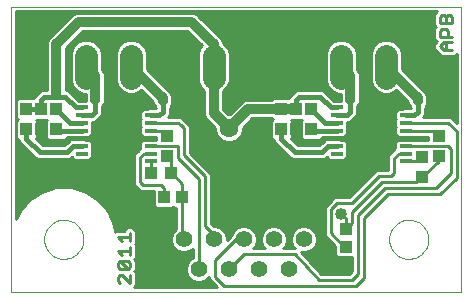
<source format=gtl>
G75*
G70*
%OFA0B0*%
%FSLAX24Y24*%
%IPPOS*%
%LPD*%
%AMOC8*
5,1,8,0,0,1.08239X$1,22.5*
%
%ADD10C,0.0000*%
%ADD11C,0.0100*%
%ADD12C,0.0560*%
%ADD13C,0.0750*%
%ADD14R,0.0390X0.0120*%
%ADD15R,0.1181X0.1181*%
%ADD16R,0.0433X0.0394*%
%ADD17R,0.0394X0.0433*%
%ADD18OC8,0.0630*%
%ADD19C,0.0630*%
%ADD20R,0.0400X0.0400*%
%ADD21C,0.0160*%
%ADD22C,0.0400*%
%ADD23C,0.0320*%
D10*
X000524Y000524D02*
X000524Y010024D01*
X015524Y010024D01*
X015524Y000524D01*
X000524Y000524D01*
X001624Y002274D02*
X001626Y002324D01*
X001632Y002374D01*
X001642Y002424D01*
X001655Y002472D01*
X001672Y002520D01*
X001693Y002566D01*
X001717Y002610D01*
X001745Y002652D01*
X001776Y002692D01*
X001810Y002729D01*
X001847Y002764D01*
X001886Y002795D01*
X001927Y002824D01*
X001971Y002849D01*
X002017Y002871D01*
X002064Y002889D01*
X002112Y002903D01*
X002161Y002914D01*
X002211Y002921D01*
X002261Y002924D01*
X002312Y002923D01*
X002362Y002918D01*
X002412Y002909D01*
X002460Y002897D01*
X002508Y002880D01*
X002554Y002860D01*
X002599Y002837D01*
X002642Y002810D01*
X002682Y002780D01*
X002720Y002747D01*
X002755Y002711D01*
X002788Y002672D01*
X002817Y002631D01*
X002843Y002588D01*
X002866Y002543D01*
X002885Y002496D01*
X002900Y002448D01*
X002912Y002399D01*
X002920Y002349D01*
X002924Y002299D01*
X002924Y002249D01*
X002920Y002199D01*
X002912Y002149D01*
X002900Y002100D01*
X002885Y002052D01*
X002866Y002005D01*
X002843Y001960D01*
X002817Y001917D01*
X002788Y001876D01*
X002755Y001837D01*
X002720Y001801D01*
X002682Y001768D01*
X002642Y001738D01*
X002599Y001711D01*
X002554Y001688D01*
X002508Y001668D01*
X002460Y001651D01*
X002412Y001639D01*
X002362Y001630D01*
X002312Y001625D01*
X002261Y001624D01*
X002211Y001627D01*
X002161Y001634D01*
X002112Y001645D01*
X002064Y001659D01*
X002017Y001677D01*
X001971Y001699D01*
X001927Y001724D01*
X001886Y001753D01*
X001847Y001784D01*
X001810Y001819D01*
X001776Y001856D01*
X001745Y001896D01*
X001717Y001938D01*
X001693Y001982D01*
X001672Y002028D01*
X001655Y002076D01*
X001642Y002124D01*
X001632Y002174D01*
X001626Y002224D01*
X001624Y002274D01*
X013124Y002274D02*
X013126Y002324D01*
X013132Y002374D01*
X013142Y002424D01*
X013155Y002472D01*
X013172Y002520D01*
X013193Y002566D01*
X013217Y002610D01*
X013245Y002652D01*
X013276Y002692D01*
X013310Y002729D01*
X013347Y002764D01*
X013386Y002795D01*
X013427Y002824D01*
X013471Y002849D01*
X013517Y002871D01*
X013564Y002889D01*
X013612Y002903D01*
X013661Y002914D01*
X013711Y002921D01*
X013761Y002924D01*
X013812Y002923D01*
X013862Y002918D01*
X013912Y002909D01*
X013960Y002897D01*
X014008Y002880D01*
X014054Y002860D01*
X014099Y002837D01*
X014142Y002810D01*
X014182Y002780D01*
X014220Y002747D01*
X014255Y002711D01*
X014288Y002672D01*
X014317Y002631D01*
X014343Y002588D01*
X014366Y002543D01*
X014385Y002496D01*
X014400Y002448D01*
X014412Y002399D01*
X014420Y002349D01*
X014424Y002299D01*
X014424Y002249D01*
X014420Y002199D01*
X014412Y002149D01*
X014400Y002100D01*
X014385Y002052D01*
X014366Y002005D01*
X014343Y001960D01*
X014317Y001917D01*
X014288Y001876D01*
X014255Y001837D01*
X014220Y001801D01*
X014182Y001768D01*
X014142Y001738D01*
X014099Y001711D01*
X014054Y001688D01*
X014008Y001668D01*
X013960Y001651D01*
X013912Y001639D01*
X013862Y001630D01*
X013812Y001625D01*
X013761Y001624D01*
X013711Y001627D01*
X013661Y001634D01*
X013612Y001645D01*
X013564Y001659D01*
X013517Y001677D01*
X013471Y001699D01*
X013427Y001724D01*
X013386Y001753D01*
X013347Y001784D01*
X013310Y001819D01*
X013276Y001856D01*
X013245Y001896D01*
X013217Y001938D01*
X013193Y001982D01*
X013172Y002028D01*
X013155Y002076D01*
X013142Y002124D01*
X013132Y002174D01*
X013126Y002224D01*
X013124Y002274D01*
D11*
X012274Y002974D02*
X013074Y003774D01*
X014824Y003774D01*
X015374Y004324D01*
X015374Y005874D01*
X015090Y006158D01*
X013673Y006158D01*
X013673Y005902D02*
X014581Y005902D01*
X014774Y005709D01*
X014408Y005702D02*
X014408Y005574D01*
X013956Y005574D01*
X013930Y005600D01*
X013416Y005600D01*
X013328Y005512D01*
X013328Y005311D01*
X013191Y005174D01*
X013074Y005057D01*
X013074Y004574D01*
X012857Y004574D01*
X012691Y004574D01*
X011791Y003674D01*
X011291Y003674D01*
X011174Y003557D01*
X010974Y003357D01*
X010974Y003191D01*
X010974Y002391D01*
X011091Y002274D01*
X011324Y002041D01*
X011324Y001762D01*
X011412Y001674D01*
X011874Y001674D01*
X011874Y001207D01*
X011791Y001124D01*
X010860Y001124D01*
X010179Y001848D01*
X010189Y001844D01*
X010360Y001844D01*
X010518Y001910D01*
X010639Y002031D01*
X010704Y002189D01*
X010704Y002360D01*
X010639Y002518D01*
X010518Y002639D01*
X010360Y002704D01*
X010189Y002704D01*
X010031Y002639D01*
X009910Y002518D01*
X009844Y002360D01*
X009844Y002189D01*
X009910Y002031D01*
X009966Y001974D01*
X009897Y001976D01*
X009895Y001974D01*
X009582Y001974D01*
X009639Y002031D01*
X009704Y002189D01*
X009704Y002360D01*
X009639Y002518D01*
X009518Y002639D01*
X009360Y002704D01*
X009189Y002704D01*
X009031Y002639D01*
X008910Y002518D01*
X008844Y002360D01*
X008844Y002189D01*
X008910Y002031D01*
X008966Y001974D01*
X008582Y001974D01*
X008639Y002031D01*
X008704Y002189D01*
X008704Y002360D01*
X008639Y002518D01*
X008518Y002639D01*
X008360Y002704D01*
X008189Y002704D01*
X008031Y002639D01*
X007910Y002518D01*
X007856Y002389D01*
X007704Y002237D01*
X007704Y002360D01*
X007639Y002518D01*
X007518Y002639D01*
X007360Y002704D01*
X007277Y002704D01*
X007174Y002807D01*
X007174Y004291D01*
X007174Y004457D01*
X006474Y005157D01*
X006474Y005891D01*
X006474Y006057D01*
X006374Y006157D01*
X006173Y006358D01*
X006007Y006358D01*
X005733Y006358D01*
X005804Y006429D01*
X005804Y006666D01*
X005837Y006698D01*
X005884Y006812D01*
X005884Y006912D01*
X005884Y007036D01*
X005837Y007150D01*
X005049Y007937D01*
X005049Y008504D01*
X004969Y008696D01*
X004821Y008844D01*
X004629Y008924D01*
X004420Y008924D01*
X004227Y008844D01*
X004079Y008696D01*
X003999Y008504D01*
X003999Y007545D01*
X004079Y007352D01*
X004227Y007204D01*
X004420Y007124D01*
X004629Y007124D01*
X004821Y007204D01*
X004864Y007246D01*
X005264Y006846D01*
X005264Y006812D01*
X005311Y006698D01*
X005344Y006666D01*
X005344Y006644D01*
X005078Y006644D01*
X005058Y006624D01*
X004916Y006624D01*
X004828Y006536D01*
X004828Y006292D01*
X004834Y006286D01*
X004828Y006280D01*
X004828Y006036D01*
X004834Y006030D01*
X004828Y006024D01*
X004828Y005780D01*
X004916Y005692D01*
X005358Y005692D01*
X005358Y005600D01*
X004916Y005600D01*
X004828Y005512D01*
X004828Y005311D01*
X004741Y005224D01*
X004624Y005107D01*
X004624Y004257D01*
X004624Y004091D01*
X004724Y003991D01*
X004841Y003874D01*
X005274Y003874D01*
X005274Y003412D01*
X005362Y003324D01*
X005886Y003324D01*
X005924Y003362D01*
X005962Y003324D01*
X006024Y003324D01*
X006024Y002632D01*
X005910Y002518D01*
X005844Y002360D01*
X005844Y002189D01*
X005910Y002031D01*
X006031Y001910D01*
X006189Y001844D01*
X006360Y001844D01*
X006518Y001910D01*
X006574Y001966D01*
X006574Y001657D01*
X006531Y001639D01*
X006410Y001518D01*
X006344Y001360D01*
X006344Y001189D01*
X006410Y001031D01*
X006531Y000910D01*
X006689Y000844D01*
X006860Y000844D01*
X007018Y000910D01*
X007124Y001016D01*
X007124Y000941D01*
X007391Y000674D01*
X004607Y000674D01*
X004674Y000741D01*
X004674Y000907D01*
X004674Y001174D01*
X004627Y001221D01*
X004674Y001268D01*
X004674Y001434D01*
X004674Y001455D01*
X004674Y001567D01*
X004674Y001567D01*
X004674Y001567D01*
X004629Y001613D01*
X004627Y001615D01*
X004674Y001662D01*
X004674Y002095D01*
X004660Y002108D01*
X004674Y002122D01*
X004674Y002555D01*
X004557Y002672D01*
X004391Y002672D01*
X004274Y002555D01*
X004274Y002539D01*
X003991Y002539D01*
X003987Y002534D01*
X003953Y002767D01*
X003746Y003220D01*
X003420Y003597D01*
X003001Y003866D01*
X002523Y004006D01*
X002025Y004006D01*
X001547Y003866D01*
X001128Y003597D01*
X001128Y003597D01*
X001128Y003597D01*
X000802Y003220D01*
X000674Y002940D01*
X000674Y009874D01*
X014720Y009874D01*
X014691Y009845D01*
X014624Y009778D01*
X014624Y009612D01*
X014624Y009412D01*
X014671Y009365D01*
X014624Y009317D01*
X014624Y009152D01*
X014624Y008952D01*
X014704Y008871D01*
X014624Y008790D01*
X014624Y008625D01*
X014683Y008565D01*
X014874Y008374D01*
X014941Y008374D01*
X015107Y008374D01*
X015307Y008374D01*
X015374Y008441D01*
X015374Y006157D01*
X015173Y006358D01*
X015007Y006358D01*
X014233Y006358D01*
X014304Y006429D01*
X014304Y006666D01*
X014337Y006698D01*
X014384Y006812D01*
X014384Y006912D01*
X014384Y007036D01*
X014337Y007150D01*
X013549Y007937D01*
X013549Y008504D01*
X013469Y008696D01*
X013321Y008844D01*
X013129Y008924D01*
X012920Y008924D01*
X012727Y008844D01*
X012579Y008696D01*
X012499Y008504D01*
X012499Y007545D01*
X012579Y007352D01*
X012727Y007204D01*
X012920Y007124D01*
X013129Y007124D01*
X013321Y007204D01*
X013364Y007246D01*
X013764Y006846D01*
X013764Y006812D01*
X013811Y006698D01*
X013844Y006666D01*
X013844Y006644D01*
X013578Y006644D01*
X013558Y006624D01*
X013416Y006624D01*
X013328Y006536D01*
X013328Y006292D01*
X013334Y006286D01*
X013328Y006280D01*
X013328Y006036D01*
X013334Y006030D01*
X013328Y006024D01*
X013328Y005780D01*
X013416Y005692D01*
X013930Y005692D01*
X013940Y005702D01*
X014408Y005702D01*
X014408Y005648D02*
X010859Y005648D01*
X010871Y005661D02*
X010871Y005672D01*
X011471Y005672D01*
X011491Y005692D01*
X011632Y005692D01*
X011720Y005780D01*
X011720Y006024D01*
X011714Y006030D01*
X011720Y006036D01*
X011720Y006184D01*
X011809Y006184D01*
X011919Y006294D01*
X012054Y006429D01*
X012054Y006716D01*
X012087Y006748D01*
X012134Y006862D01*
X012134Y007662D01*
X012134Y007786D01*
X012087Y007900D01*
X012049Y007937D01*
X012049Y008504D01*
X011969Y008696D01*
X011821Y008844D01*
X011629Y008924D01*
X011420Y008924D01*
X011227Y008844D01*
X011079Y008696D01*
X010999Y008504D01*
X010999Y007545D01*
X011079Y007352D01*
X011227Y007204D01*
X011420Y007124D01*
X011514Y007124D01*
X011514Y006880D01*
X011491Y006880D01*
X011471Y006900D01*
X011274Y006900D01*
X011054Y007119D01*
X010919Y007254D01*
X010219Y007254D01*
X010029Y007254D01*
X009929Y007154D01*
X009794Y007019D01*
X009794Y006975D01*
X009765Y006975D01*
X009265Y006975D01*
X009224Y006934D01*
X008362Y006934D01*
X008248Y006887D01*
X008161Y006800D01*
X007801Y006439D01*
X007747Y006439D01*
X007584Y006602D01*
X007584Y007217D01*
X007719Y007352D01*
X007799Y007545D01*
X007799Y008504D01*
X007719Y008696D01*
X007584Y008832D01*
X007584Y008836D01*
X007537Y008950D01*
X006787Y009700D01*
X006700Y009787D01*
X006586Y009834D01*
X002836Y009834D01*
X002712Y009834D01*
X002598Y009787D01*
X001848Y009037D01*
X001761Y008950D01*
X001714Y008836D01*
X001714Y007254D01*
X001529Y007254D01*
X001429Y007154D01*
X001294Y007019D01*
X001294Y006975D01*
X001265Y006975D01*
X000765Y006975D01*
X000677Y006887D01*
X000677Y006330D01*
X000733Y006274D01*
X000677Y006218D01*
X000677Y005661D01*
X000765Y005573D01*
X000794Y005573D01*
X000794Y005529D01*
X000929Y005394D01*
X001379Y004944D01*
X001569Y004944D01*
X002279Y004944D01*
X002469Y004944D01*
X002534Y005009D01*
X002618Y004924D01*
X003132Y004924D01*
X003220Y005012D01*
X003220Y005256D01*
X003214Y005262D01*
X003220Y005268D01*
X003220Y005512D01*
X003132Y005600D01*
X002991Y005600D01*
X002971Y005620D01*
X002685Y005620D01*
X002495Y005620D01*
X002279Y005404D01*
X001569Y005404D01*
X001342Y005632D01*
X001371Y005661D01*
X001371Y006218D01*
X001347Y006242D01*
X001701Y006242D01*
X001677Y006218D01*
X001677Y005661D01*
X001765Y005573D01*
X002283Y005573D01*
X002371Y005661D01*
X002371Y005672D01*
X002971Y005672D01*
X002991Y005692D01*
X003132Y005692D01*
X003220Y005780D01*
X003220Y006024D01*
X003214Y006030D01*
X003220Y006036D01*
X003220Y006184D01*
X003309Y006184D01*
X003419Y006294D01*
X003554Y006429D01*
X003554Y006716D01*
X003587Y006748D01*
X003634Y006862D01*
X003634Y007662D01*
X003634Y007786D01*
X003587Y007900D01*
X003549Y007937D01*
X003549Y008504D01*
X003469Y008696D01*
X003321Y008844D01*
X003129Y008924D01*
X002920Y008924D01*
X002727Y008844D01*
X002579Y008696D01*
X002499Y008504D01*
X002499Y007545D01*
X002579Y007352D01*
X002727Y007204D01*
X002920Y007124D01*
X003014Y007124D01*
X003014Y006880D01*
X002991Y006880D01*
X002971Y006900D01*
X002774Y006900D01*
X002419Y007254D01*
X002334Y007254D01*
X002334Y008646D01*
X002902Y009214D01*
X006396Y009214D01*
X006871Y008739D01*
X006829Y008696D01*
X006749Y008504D01*
X006749Y007545D01*
X006829Y007352D01*
X006964Y007217D01*
X006964Y006536D01*
X006964Y006412D01*
X007011Y006298D01*
X007309Y006001D01*
X007309Y005882D01*
X007380Y005711D01*
X007511Y005580D01*
X007682Y005509D01*
X007867Y005509D01*
X008037Y005580D01*
X008168Y005711D01*
X008239Y005882D01*
X008239Y006001D01*
X008552Y006314D01*
X009193Y006314D01*
X009233Y006274D01*
X009177Y006218D01*
X009177Y005661D01*
X009265Y005573D01*
X009294Y005573D01*
X009294Y005529D01*
X009429Y005394D01*
X009879Y004944D01*
X010069Y004944D01*
X010969Y004944D01*
X011034Y005009D01*
X011118Y004924D01*
X011632Y004924D01*
X011720Y005012D01*
X011720Y005256D01*
X011714Y005262D01*
X011720Y005268D01*
X011720Y005512D01*
X011632Y005600D01*
X011491Y005600D01*
X011471Y005620D01*
X011185Y005620D01*
X010995Y005620D01*
X010779Y005404D01*
X010069Y005404D01*
X009842Y005632D01*
X009871Y005661D01*
X009871Y006218D01*
X009847Y006242D01*
X010201Y006242D01*
X010177Y006218D01*
X010177Y005661D01*
X010265Y005573D01*
X010783Y005573D01*
X010871Y005661D01*
X010925Y005550D02*
X009924Y005550D01*
X009858Y005648D02*
X010190Y005648D01*
X010177Y005747D02*
X009871Y005747D01*
X009871Y005845D02*
X010177Y005845D01*
X010177Y005944D02*
X009871Y005944D01*
X009871Y006043D02*
X010177Y006043D01*
X010177Y006141D02*
X009871Y006141D01*
X009849Y006240D02*
X010199Y006240D01*
X009294Y005550D02*
X007965Y005550D01*
X008106Y005648D02*
X009190Y005648D01*
X009177Y005747D02*
X008183Y005747D01*
X008224Y005845D02*
X009177Y005845D01*
X009177Y005944D02*
X008239Y005944D01*
X008281Y006043D02*
X009177Y006043D01*
X009177Y006141D02*
X008379Y006141D01*
X008478Y006240D02*
X009199Y006240D01*
X008351Y006929D02*
X007584Y006929D01*
X007584Y006831D02*
X008192Y006831D01*
X008094Y006732D02*
X007584Y006732D01*
X007584Y006634D02*
X007995Y006634D01*
X007897Y006535D02*
X007651Y006535D01*
X007169Y006141D02*
X006390Y006141D01*
X006474Y006043D02*
X007267Y006043D01*
X007309Y005944D02*
X006474Y005944D01*
X006474Y005845D02*
X007324Y005845D01*
X007365Y005747D02*
X006474Y005747D01*
X006474Y005648D02*
X007442Y005648D01*
X007583Y005550D02*
X006474Y005550D01*
X006474Y005451D02*
X009372Y005451D01*
X009470Y005353D02*
X006474Y005353D01*
X006474Y005254D02*
X009569Y005254D01*
X009667Y005156D02*
X006475Y005156D01*
X006574Y005057D02*
X009766Y005057D01*
X009864Y004959D02*
X006672Y004959D01*
X006771Y004860D02*
X013074Y004860D01*
X013074Y004761D02*
X006870Y004761D01*
X006968Y004663D02*
X013074Y004663D01*
X013274Y004474D02*
X013174Y004374D01*
X012774Y004374D01*
X011874Y003474D01*
X011374Y003474D01*
X011174Y003274D01*
X011174Y002474D01*
X011624Y002024D01*
X011674Y002024D01*
X011324Y002002D02*
X010610Y002002D01*
X010668Y002101D02*
X011265Y002101D01*
X011166Y002199D02*
X010704Y002199D01*
X010704Y002298D02*
X011067Y002298D01*
X010974Y002396D02*
X010689Y002396D01*
X010648Y002495D02*
X010974Y002495D01*
X010974Y002594D02*
X010563Y002594D01*
X010389Y002692D02*
X010974Y002692D01*
X010974Y002791D02*
X007190Y002791D01*
X007174Y002889D02*
X010974Y002889D01*
X010974Y002988D02*
X007174Y002988D01*
X007174Y003086D02*
X010974Y003086D01*
X010974Y003185D02*
X007174Y003185D01*
X007174Y003283D02*
X010974Y003283D01*
X010999Y003382D02*
X007174Y003382D01*
X007174Y003480D02*
X011098Y003480D01*
X011196Y003579D02*
X007174Y003579D01*
X007174Y003677D02*
X011795Y003677D01*
X011893Y003776D02*
X007174Y003776D01*
X007174Y003875D02*
X011992Y003875D01*
X012090Y003973D02*
X007174Y003973D01*
X007174Y004072D02*
X012189Y004072D01*
X012287Y004170D02*
X007174Y004170D01*
X007174Y004269D02*
X012386Y004269D01*
X012484Y004367D02*
X007174Y004367D01*
X007165Y004466D02*
X012583Y004466D01*
X012682Y004564D02*
X007067Y004564D01*
X006974Y004374D02*
X006274Y005074D01*
X006274Y005974D01*
X006174Y006074D01*
X006090Y006158D01*
X005173Y006158D01*
X005173Y005902D02*
X005531Y005902D01*
X005724Y005709D01*
X005358Y005648D02*
X002359Y005648D01*
X002425Y005550D02*
X001424Y005550D01*
X001358Y005648D02*
X001690Y005648D01*
X001677Y005747D02*
X001371Y005747D01*
X001371Y005845D02*
X001677Y005845D01*
X001677Y005944D02*
X001371Y005944D01*
X001371Y006043D02*
X001677Y006043D01*
X001677Y006141D02*
X001371Y006141D01*
X001349Y006240D02*
X001699Y006240D01*
X000699Y006240D02*
X000674Y006240D01*
X000674Y006338D02*
X000677Y006338D01*
X000674Y006437D02*
X000677Y006437D01*
X000674Y006535D02*
X000677Y006535D01*
X000674Y006634D02*
X000677Y006634D01*
X000674Y006732D02*
X000677Y006732D01*
X000674Y006831D02*
X000677Y006831D01*
X000674Y006929D02*
X000719Y006929D01*
X000674Y007028D02*
X001303Y007028D01*
X001401Y007126D02*
X000674Y007126D01*
X000674Y007225D02*
X001500Y007225D01*
X001714Y007324D02*
X000674Y007324D01*
X000674Y007422D02*
X001714Y007422D01*
X001714Y007521D02*
X000674Y007521D01*
X000674Y007619D02*
X001714Y007619D01*
X001714Y007718D02*
X000674Y007718D01*
X000674Y007816D02*
X001714Y007816D01*
X001714Y007915D02*
X000674Y007915D01*
X000674Y008013D02*
X001714Y008013D01*
X001714Y008112D02*
X000674Y008112D01*
X000674Y008210D02*
X001714Y008210D01*
X001714Y008309D02*
X000674Y008309D01*
X000674Y008408D02*
X001714Y008408D01*
X001714Y008506D02*
X000674Y008506D01*
X000674Y008605D02*
X001714Y008605D01*
X001714Y008703D02*
X000674Y008703D01*
X000674Y008802D02*
X001714Y008802D01*
X001741Y008900D02*
X000674Y008900D01*
X000674Y008999D02*
X001810Y008999D01*
X001909Y009097D02*
X000674Y009097D01*
X000674Y009196D02*
X002008Y009196D01*
X002106Y009294D02*
X000674Y009294D01*
X000674Y009393D02*
X002205Y009393D01*
X002303Y009492D02*
X000674Y009492D01*
X000674Y009590D02*
X002402Y009590D01*
X002500Y009689D02*
X000674Y009689D01*
X000674Y009787D02*
X002599Y009787D01*
X002884Y009196D02*
X006414Y009196D01*
X006512Y009097D02*
X002786Y009097D01*
X002687Y008999D02*
X006611Y008999D01*
X006709Y008900D02*
X004686Y008900D01*
X004864Y008802D02*
X006808Y008802D01*
X006836Y008703D02*
X004962Y008703D01*
X005007Y008605D02*
X006791Y008605D01*
X006750Y008506D02*
X005048Y008506D01*
X005049Y008408D02*
X006749Y008408D01*
X006749Y008309D02*
X005049Y008309D01*
X005049Y008210D02*
X006749Y008210D01*
X006749Y008112D02*
X005049Y008112D01*
X005049Y008013D02*
X006749Y008013D01*
X006749Y007915D02*
X005072Y007915D01*
X005170Y007816D02*
X006749Y007816D01*
X006749Y007718D02*
X005269Y007718D01*
X005367Y007619D02*
X006749Y007619D01*
X006759Y007521D02*
X005466Y007521D01*
X005564Y007422D02*
X006800Y007422D01*
X006857Y007324D02*
X005663Y007324D01*
X005761Y007225D02*
X006956Y007225D01*
X006964Y007126D02*
X005846Y007126D01*
X005884Y007028D02*
X006964Y007028D01*
X006964Y006929D02*
X005884Y006929D01*
X005884Y006831D02*
X006964Y006831D01*
X006964Y006732D02*
X005851Y006732D01*
X005804Y006634D02*
X006964Y006634D01*
X006964Y006535D02*
X005804Y006535D01*
X005804Y006437D02*
X006964Y006437D01*
X006995Y006338D02*
X006193Y006338D01*
X006291Y006240D02*
X007070Y006240D01*
X007584Y007028D02*
X009803Y007028D01*
X009901Y007126D02*
X007584Y007126D01*
X007592Y007225D02*
X010000Y007225D01*
X010948Y007225D02*
X011206Y007225D01*
X011107Y007324D02*
X007691Y007324D01*
X007748Y007422D02*
X011050Y007422D01*
X011009Y007521D02*
X007789Y007521D01*
X007799Y007619D02*
X010999Y007619D01*
X010999Y007718D02*
X007799Y007718D01*
X007799Y007816D02*
X010999Y007816D01*
X010999Y007915D02*
X007799Y007915D01*
X007799Y008013D02*
X010999Y008013D01*
X010999Y008112D02*
X007799Y008112D01*
X007799Y008210D02*
X010999Y008210D01*
X010999Y008309D02*
X007799Y008309D01*
X007799Y008408D02*
X010999Y008408D01*
X011000Y008506D02*
X007798Y008506D01*
X007757Y008605D02*
X011041Y008605D01*
X011086Y008703D02*
X007712Y008703D01*
X007614Y008802D02*
X011184Y008802D01*
X011362Y008900D02*
X007557Y008900D01*
X007488Y008999D02*
X014624Y008999D01*
X014624Y009097D02*
X007389Y009097D01*
X007291Y009196D02*
X014624Y009196D01*
X014624Y009294D02*
X007192Y009294D01*
X007094Y009393D02*
X014643Y009393D01*
X014624Y009492D02*
X006995Y009492D01*
X006896Y009590D02*
X014624Y009590D01*
X014624Y009689D02*
X006798Y009689D01*
X006699Y009787D02*
X014633Y009787D01*
X014824Y009695D02*
X014891Y009762D01*
X014957Y009762D01*
X015024Y009695D01*
X015024Y009495D01*
X015024Y009301D02*
X014891Y009301D01*
X014824Y009235D01*
X014824Y009034D01*
X015224Y009034D01*
X015091Y009034D02*
X015091Y009235D01*
X015024Y009301D01*
X015224Y009495D02*
X014824Y009495D01*
X014824Y009695D01*
X015024Y009695D02*
X015091Y009762D01*
X015157Y009762D01*
X015224Y009695D01*
X015224Y009495D01*
X015224Y008841D02*
X014957Y008841D01*
X014824Y008708D01*
X014957Y008574D01*
X015224Y008574D01*
X015340Y008408D02*
X015374Y008408D01*
X015374Y008309D02*
X013549Y008309D01*
X013549Y008210D02*
X015374Y008210D01*
X015374Y008112D02*
X013549Y008112D01*
X013549Y008013D02*
X015374Y008013D01*
X015374Y007915D02*
X013572Y007915D01*
X013670Y007816D02*
X015374Y007816D01*
X015374Y007718D02*
X013769Y007718D01*
X013867Y007619D02*
X015374Y007619D01*
X015374Y007521D02*
X013966Y007521D01*
X014064Y007422D02*
X015374Y007422D01*
X015374Y007324D02*
X014163Y007324D01*
X014261Y007225D02*
X015374Y007225D01*
X015374Y007126D02*
X014346Y007126D01*
X014384Y007028D02*
X015374Y007028D01*
X015374Y006929D02*
X014384Y006929D01*
X014384Y006831D02*
X015374Y006831D01*
X015374Y006732D02*
X014351Y006732D01*
X014304Y006634D02*
X015374Y006634D01*
X015374Y006535D02*
X014304Y006535D01*
X014304Y006437D02*
X015374Y006437D01*
X015374Y006338D02*
X015193Y006338D01*
X015291Y006240D02*
X015374Y006240D01*
X015074Y005374D02*
X013824Y005374D01*
X013808Y005390D01*
X013673Y005390D01*
X013673Y005134D02*
X013434Y005134D01*
X013274Y004974D01*
X013274Y004474D01*
X012874Y004174D02*
X011874Y003174D01*
X011874Y002824D01*
X011674Y002624D01*
X011674Y002974D01*
X011524Y003124D01*
X012074Y003074D02*
X012974Y003974D01*
X014674Y003974D01*
X015174Y004474D01*
X015174Y005274D01*
X015074Y005374D01*
X014774Y005039D02*
X014774Y004889D01*
X014224Y004339D01*
X014189Y004339D01*
X014024Y004174D01*
X012874Y004174D01*
X013074Y004959D02*
X011667Y004959D01*
X011628Y004878D02*
X012174Y005424D01*
X011720Y005451D02*
X013328Y005451D01*
X013328Y005353D02*
X011720Y005353D01*
X011720Y005254D02*
X013271Y005254D01*
X013173Y005156D02*
X011720Y005156D01*
X011720Y005057D02*
X013074Y005057D01*
X013673Y004878D02*
X014094Y004878D01*
X014224Y005009D01*
X013365Y005550D02*
X011683Y005550D01*
X011687Y005747D02*
X013361Y005747D01*
X013328Y005845D02*
X011720Y005845D01*
X011720Y005944D02*
X013328Y005944D01*
X013328Y006043D02*
X011720Y006043D01*
X011720Y006141D02*
X013328Y006141D01*
X013328Y006240D02*
X011865Y006240D01*
X011963Y006338D02*
X013328Y006338D01*
X013328Y006437D02*
X012054Y006437D01*
X012054Y006535D02*
X013328Y006535D01*
X013568Y006634D02*
X012054Y006634D01*
X012071Y006732D02*
X013797Y006732D01*
X013764Y006831D02*
X012121Y006831D01*
X012134Y006929D02*
X013680Y006929D01*
X013582Y007028D02*
X012134Y007028D01*
X012134Y007126D02*
X012914Y007126D01*
X013134Y007126D02*
X013483Y007126D01*
X013385Y007225D02*
X013342Y007225D01*
X012706Y007225D02*
X012134Y007225D01*
X012134Y007324D02*
X012607Y007324D01*
X012550Y007422D02*
X012134Y007422D01*
X012134Y007521D02*
X012509Y007521D01*
X012499Y007619D02*
X012134Y007619D01*
X012134Y007718D02*
X012499Y007718D01*
X012499Y007816D02*
X012121Y007816D01*
X012072Y007915D02*
X012499Y007915D01*
X012499Y008013D02*
X012049Y008013D01*
X012049Y008112D02*
X012499Y008112D01*
X012499Y008210D02*
X012049Y008210D01*
X012049Y008309D02*
X012499Y008309D01*
X012499Y008408D02*
X012049Y008408D01*
X012048Y008506D02*
X012500Y008506D01*
X012541Y008605D02*
X012007Y008605D01*
X011962Y008703D02*
X012586Y008703D01*
X012684Y008802D02*
X011864Y008802D01*
X011686Y008900D02*
X012862Y008900D01*
X013186Y008900D02*
X014675Y008900D01*
X014635Y008802D02*
X013364Y008802D01*
X013462Y008703D02*
X014624Y008703D01*
X014624Y008790D02*
X014624Y008790D01*
X014644Y008605D02*
X013507Y008605D01*
X013548Y008506D02*
X014742Y008506D01*
X014841Y008408D02*
X013549Y008408D01*
X015024Y008574D02*
X015024Y008841D01*
X011514Y007028D02*
X011145Y007028D01*
X011047Y007126D02*
X011414Y007126D01*
X011514Y006929D02*
X011244Y006929D01*
X010826Y005451D02*
X010022Y005451D01*
X010984Y004959D02*
X011084Y004959D01*
X011375Y004878D02*
X011628Y004878D01*
X012074Y003074D02*
X012074Y001124D01*
X011874Y000924D01*
X010774Y000924D01*
X009974Y001774D01*
X008274Y001774D01*
X007774Y001274D01*
X007324Y001024D02*
X007624Y000724D01*
X012024Y000724D01*
X012274Y000974D01*
X012274Y002974D01*
X011324Y001904D02*
X010503Y001904D01*
X010312Y001707D02*
X011379Y001707D01*
X011324Y001805D02*
X010219Y001805D01*
X010405Y001608D02*
X011874Y001608D01*
X011874Y001510D02*
X010498Y001510D01*
X010590Y001411D02*
X011874Y001411D01*
X011874Y001312D02*
X010683Y001312D01*
X010776Y001214D02*
X011874Y001214D01*
X011674Y001424D02*
X011174Y001424D01*
X009938Y002002D02*
X009610Y002002D01*
X009668Y002101D02*
X009880Y002101D01*
X009844Y002199D02*
X009704Y002199D01*
X009704Y002298D02*
X009844Y002298D01*
X009859Y002396D02*
X009689Y002396D01*
X009648Y002495D02*
X009900Y002495D01*
X009985Y002594D02*
X009563Y002594D01*
X009389Y002692D02*
X010160Y002692D01*
X009160Y002692D02*
X008389Y002692D01*
X008563Y002594D02*
X008985Y002594D01*
X008900Y002495D02*
X008648Y002495D01*
X008689Y002396D02*
X008859Y002396D01*
X008844Y002298D02*
X008704Y002298D01*
X008704Y002199D02*
X008844Y002199D01*
X008880Y002101D02*
X008668Y002101D01*
X008610Y002002D02*
X008938Y002002D01*
X008274Y002274D02*
X008024Y002274D01*
X007324Y001574D01*
X007324Y001024D01*
X007147Y000918D02*
X007026Y000918D01*
X007246Y000820D02*
X004674Y000820D01*
X004674Y000918D02*
X006522Y000918D01*
X006423Y001017D02*
X004674Y001017D01*
X004674Y001115D02*
X006374Y001115D01*
X006344Y001214D02*
X004634Y001214D01*
X004674Y001312D02*
X006344Y001312D01*
X006365Y001411D02*
X004674Y001411D01*
X004674Y001510D02*
X006406Y001510D01*
X006500Y001608D02*
X004633Y001608D01*
X004674Y001707D02*
X006574Y001707D01*
X006574Y001805D02*
X004674Y001805D01*
X004674Y001904D02*
X006045Y001904D01*
X005938Y002002D02*
X004674Y002002D01*
X004668Y002101D02*
X005880Y002101D01*
X005844Y002199D02*
X004674Y002199D01*
X004674Y002298D02*
X005844Y002298D01*
X005859Y002396D02*
X004674Y002396D01*
X004674Y002495D02*
X005900Y002495D01*
X005985Y002594D02*
X004635Y002594D01*
X004474Y002472D02*
X004474Y002205D01*
X004474Y002339D02*
X004074Y002339D01*
X004207Y002205D01*
X004474Y002012D02*
X004474Y001745D01*
X004474Y001878D02*
X004074Y001878D01*
X004207Y001745D01*
X004141Y001551D02*
X004074Y001485D01*
X004074Y001351D01*
X004141Y001284D01*
X004407Y001284D01*
X004141Y001551D01*
X004407Y001551D01*
X004474Y001485D01*
X004474Y001351D01*
X004407Y001284D01*
X004474Y001091D02*
X004474Y000824D01*
X004207Y001091D01*
X004141Y001091D01*
X004074Y001024D01*
X004074Y000891D01*
X004141Y000824D01*
X004654Y000721D02*
X007344Y000721D01*
X006774Y001274D02*
X006774Y004124D01*
X006774Y004274D01*
X006074Y004974D01*
X006074Y005374D01*
X005189Y005374D01*
X005173Y005390D01*
X005173Y005134D02*
X004934Y005134D01*
X004824Y005024D01*
X004824Y004174D01*
X004924Y004074D01*
X005524Y004074D01*
X005624Y003974D01*
X005624Y003674D01*
X005274Y003677D02*
X003294Y003677D01*
X003420Y003597D02*
X003420Y003597D01*
X003435Y003579D02*
X005274Y003579D01*
X005274Y003480D02*
X003521Y003480D01*
X003606Y003382D02*
X005304Y003382D01*
X005274Y003776D02*
X003141Y003776D01*
X003001Y003866D02*
X003001Y003866D01*
X002972Y003875D02*
X004841Y003875D01*
X004742Y003973D02*
X002636Y003973D01*
X002523Y004006D02*
X002523Y004006D01*
X002025Y004006D02*
X002025Y004006D01*
X001912Y003973D02*
X000674Y003973D01*
X000674Y003875D02*
X001577Y003875D01*
X001547Y003866D02*
X001547Y003866D01*
X001407Y003776D02*
X000674Y003776D01*
X000674Y003677D02*
X001254Y003677D01*
X001113Y003579D02*
X000674Y003579D01*
X000674Y003480D02*
X001027Y003480D01*
X000942Y003382D02*
X000674Y003382D01*
X000674Y003283D02*
X000857Y003283D01*
X000802Y003220D02*
X000802Y003220D01*
X000786Y003185D02*
X000674Y003185D01*
X000674Y003086D02*
X000741Y003086D01*
X000696Y002988D02*
X000674Y002988D01*
X000674Y004072D02*
X004644Y004072D01*
X004624Y004170D02*
X000674Y004170D01*
X000674Y004269D02*
X004624Y004269D01*
X004624Y004367D02*
X000674Y004367D01*
X000674Y004466D02*
X004624Y004466D01*
X004624Y004564D02*
X000674Y004564D01*
X000674Y004663D02*
X004624Y004663D01*
X004624Y004761D02*
X000674Y004761D01*
X000674Y004860D02*
X004624Y004860D01*
X004624Y004959D02*
X003167Y004959D01*
X003128Y004878D02*
X003674Y005424D01*
X003220Y005451D02*
X004828Y005451D01*
X004828Y005353D02*
X003220Y005353D01*
X003220Y005254D02*
X004771Y005254D01*
X004673Y005156D02*
X003220Y005156D01*
X003220Y005057D02*
X004624Y005057D01*
X005173Y004878D02*
X005173Y004491D01*
X005189Y004474D01*
X005859Y004474D02*
X005859Y004905D01*
X005724Y005039D01*
X005859Y004474D02*
X005859Y004439D01*
X005909Y004439D01*
X006224Y004124D01*
X006224Y003674D01*
X006224Y002324D01*
X006274Y002274D01*
X006024Y002692D02*
X003964Y002692D01*
X003953Y002767D02*
X003953Y002767D01*
X003942Y002791D02*
X006024Y002791D01*
X006024Y002889D02*
X003897Y002889D01*
X003852Y002988D02*
X006024Y002988D01*
X006024Y003086D02*
X003807Y003086D01*
X003762Y003185D02*
X006024Y003185D01*
X006024Y003283D02*
X003692Y003283D01*
X003746Y003220D02*
X003746Y003220D01*
X003978Y002594D02*
X004313Y002594D01*
X006503Y001904D02*
X006574Y001904D01*
X007274Y002274D02*
X007274Y002424D01*
X006974Y002724D01*
X006974Y004374D01*
X004865Y005550D02*
X003183Y005550D01*
X003187Y005747D02*
X004861Y005747D01*
X004828Y005845D02*
X003220Y005845D01*
X003220Y005944D02*
X004828Y005944D01*
X004828Y006043D02*
X003220Y006043D01*
X003220Y006141D02*
X004828Y006141D01*
X004828Y006240D02*
X003365Y006240D01*
X003463Y006338D02*
X004828Y006338D01*
X004828Y006437D02*
X003554Y006437D01*
X003554Y006535D02*
X004828Y006535D01*
X005068Y006634D02*
X003554Y006634D01*
X003571Y006732D02*
X005297Y006732D01*
X005264Y006831D02*
X003621Y006831D01*
X003634Y006929D02*
X005180Y006929D01*
X005082Y007028D02*
X003634Y007028D01*
X003634Y007126D02*
X004414Y007126D01*
X004634Y007126D02*
X004983Y007126D01*
X004885Y007225D02*
X004842Y007225D01*
X004206Y007225D02*
X003634Y007225D01*
X003634Y007324D02*
X004107Y007324D01*
X004050Y007422D02*
X003634Y007422D01*
X003634Y007521D02*
X004009Y007521D01*
X003999Y007619D02*
X003634Y007619D01*
X003634Y007718D02*
X003999Y007718D01*
X003999Y007816D02*
X003621Y007816D01*
X003572Y007915D02*
X003999Y007915D01*
X003999Y008013D02*
X003549Y008013D01*
X003549Y008112D02*
X003999Y008112D01*
X003999Y008210D02*
X003549Y008210D01*
X003549Y008309D02*
X003999Y008309D01*
X003999Y008408D02*
X003549Y008408D01*
X003548Y008506D02*
X004000Y008506D01*
X004041Y008605D02*
X003507Y008605D01*
X003462Y008703D02*
X004086Y008703D01*
X004184Y008802D02*
X003364Y008802D01*
X003186Y008900D02*
X004362Y008900D01*
X002862Y008900D02*
X002589Y008900D01*
X002684Y008802D02*
X002490Y008802D01*
X002586Y008703D02*
X002392Y008703D01*
X002334Y008605D02*
X002541Y008605D01*
X002500Y008506D02*
X002334Y008506D01*
X002334Y008408D02*
X002499Y008408D01*
X002499Y008309D02*
X002334Y008309D01*
X002334Y008210D02*
X002499Y008210D01*
X002499Y008112D02*
X002334Y008112D01*
X002334Y008013D02*
X002499Y008013D01*
X002499Y007915D02*
X002334Y007915D01*
X002334Y007816D02*
X002499Y007816D01*
X002499Y007718D02*
X002334Y007718D01*
X002334Y007619D02*
X002499Y007619D01*
X002509Y007521D02*
X002334Y007521D01*
X002334Y007422D02*
X002550Y007422D01*
X002607Y007324D02*
X002334Y007324D01*
X002448Y007225D02*
X002706Y007225D01*
X002547Y007126D02*
X002914Y007126D01*
X003014Y007028D02*
X002645Y007028D01*
X002744Y006929D02*
X003014Y006929D01*
X002326Y005451D02*
X001522Y005451D01*
X001167Y005156D02*
X000674Y005156D01*
X000674Y005254D02*
X001069Y005254D01*
X000970Y005353D02*
X000674Y005353D01*
X000674Y005451D02*
X000872Y005451D01*
X000929Y005394D02*
X000929Y005394D01*
X000794Y005550D02*
X000674Y005550D01*
X000674Y005648D02*
X000690Y005648D01*
X000677Y005747D02*
X000674Y005747D01*
X000674Y005845D02*
X000677Y005845D01*
X000674Y005944D02*
X000677Y005944D01*
X000674Y006043D02*
X000677Y006043D01*
X000674Y006141D02*
X000677Y006141D01*
X000674Y005057D02*
X001266Y005057D01*
X001364Y004959D02*
X000674Y004959D01*
X002484Y004959D02*
X002584Y004959D01*
X002875Y004878D02*
X003128Y004878D01*
X007389Y002692D02*
X008160Y002692D01*
X007985Y002594D02*
X007563Y002594D01*
X007648Y002495D02*
X007900Y002495D01*
X007859Y002396D02*
X007689Y002396D01*
X007704Y002298D02*
X007765Y002298D01*
D12*
X007274Y002274D03*
X006274Y002274D03*
X005774Y001274D03*
X006774Y001274D03*
X007774Y001274D03*
X008774Y001274D03*
X009774Y001274D03*
X009274Y002274D03*
X010274Y002274D03*
X008274Y002274D03*
D13*
X008774Y007649D02*
X008774Y008399D01*
X007274Y008399D02*
X007274Y007649D01*
X004524Y007649D02*
X004524Y008399D01*
X003024Y008399D02*
X003024Y007649D01*
X011524Y007649D02*
X011524Y008399D01*
X013024Y008399D02*
X013024Y007649D01*
D14*
X013673Y006670D03*
X013673Y006414D03*
X013673Y006158D03*
X013673Y005902D03*
X013673Y005646D03*
X013673Y005390D03*
X013673Y005134D03*
X013673Y004878D03*
X011375Y004878D03*
X011375Y005134D03*
X011375Y005390D03*
X011375Y005646D03*
X011375Y005902D03*
X011375Y006158D03*
X011375Y006414D03*
X011375Y006670D03*
X005173Y006670D03*
X005173Y006414D03*
X005173Y006158D03*
X005173Y005902D03*
X005173Y005646D03*
X005173Y005390D03*
X005173Y005134D03*
X005173Y004878D03*
X002875Y004878D03*
X002875Y005134D03*
X002875Y005390D03*
X002875Y005646D03*
X002875Y005902D03*
X002875Y006158D03*
X002875Y006414D03*
X002875Y006670D03*
D15*
X004024Y005774D03*
X012524Y005774D03*
D16*
X014224Y005009D03*
X014774Y005039D03*
X014774Y005709D03*
X014224Y004339D03*
X005724Y005039D03*
X005724Y005709D03*
D17*
X005859Y004474D03*
X005189Y004474D03*
X002024Y005939D03*
X001524Y005939D03*
X001024Y005939D03*
X001024Y006609D03*
X001524Y006609D03*
X002024Y006609D03*
X009524Y006609D03*
X010024Y006609D03*
X010524Y006609D03*
X010524Y005939D03*
X010024Y005939D03*
X009524Y005939D03*
D18*
X007774Y004574D03*
D19*
X007774Y005974D03*
D20*
X006224Y003674D03*
X005624Y003674D03*
X005024Y003674D03*
X011674Y002624D03*
X011674Y002024D03*
X011674Y001424D03*
D21*
X010874Y005174D02*
X009974Y005174D01*
X009524Y005624D01*
X009524Y005939D01*
X010024Y005939D02*
X010024Y005624D01*
X010124Y005524D01*
X010874Y005524D01*
X010996Y005646D01*
X011375Y005646D01*
X012374Y005646D01*
X012174Y005446D01*
X012174Y005424D01*
X012374Y005646D02*
X012396Y005646D01*
X012524Y005774D01*
X012174Y006124D01*
X012524Y005774D02*
X012874Y005424D01*
X012652Y005646D02*
X012524Y005774D01*
X012874Y006124D01*
X012974Y006224D01*
X012974Y006424D01*
X013220Y006670D01*
X013673Y006670D01*
X013673Y006414D02*
X013964Y006414D01*
X014074Y006524D01*
X014074Y006874D01*
X013673Y005646D02*
X012652Y005646D01*
X011824Y006524D02*
X011714Y006414D01*
X011375Y006414D01*
X011375Y006670D02*
X011178Y006670D01*
X010824Y007024D01*
X010124Y007024D01*
X010024Y006924D01*
X010024Y006609D01*
X010524Y006609D02*
X010975Y006158D01*
X011375Y006158D01*
X011375Y005902D02*
X010561Y005902D01*
X010524Y005939D01*
X011090Y005390D02*
X010874Y005174D01*
X011090Y005390D02*
X011375Y005390D01*
X011824Y006524D02*
X011824Y006924D01*
X005574Y006874D02*
X005574Y006524D01*
X005464Y006414D01*
X005173Y006414D01*
X005173Y006670D02*
X004720Y006670D01*
X004474Y006424D01*
X004474Y006224D01*
X004374Y006124D01*
X004024Y005774D01*
X004374Y005424D01*
X004152Y005646D02*
X004024Y005774D01*
X003674Y006124D01*
X004024Y005774D02*
X003896Y005646D01*
X003874Y005646D01*
X003674Y005446D01*
X003674Y005424D01*
X003874Y005646D02*
X002875Y005646D01*
X002496Y005646D01*
X002374Y005524D01*
X001624Y005524D01*
X001524Y005624D01*
X001524Y005939D01*
X001024Y005939D02*
X001024Y005624D01*
X001474Y005174D01*
X002374Y005174D01*
X002590Y005390D01*
X002875Y005390D01*
X002875Y005902D02*
X002061Y005902D01*
X002024Y005939D01*
X002475Y006158D02*
X002024Y006609D01*
X001524Y006609D02*
X001524Y006924D01*
X001624Y007024D01*
X002024Y007024D01*
X002024Y007124D01*
X002024Y007024D02*
X002324Y007024D01*
X002678Y006670D01*
X002875Y006670D01*
X002875Y006414D02*
X003214Y006414D01*
X003324Y006524D01*
X003324Y006924D01*
X002875Y006158D02*
X002475Y006158D01*
X001524Y006609D02*
X001024Y006609D01*
X004152Y005646D02*
X005173Y005646D01*
D22*
X004374Y005424D03*
X004024Y005774D03*
X003674Y006124D03*
X004374Y006124D03*
X003674Y005424D03*
X011174Y001424D03*
X011524Y003124D03*
X012174Y005424D03*
X012524Y005774D03*
X012174Y006124D03*
X012874Y006124D03*
X012874Y005424D03*
D23*
X014074Y006874D02*
X014074Y006974D01*
X013024Y008024D01*
X011824Y007724D02*
X011524Y008024D01*
X011824Y007724D02*
X011824Y006924D01*
X010024Y006609D02*
X009524Y006609D01*
X009509Y006624D01*
X008424Y006624D01*
X007774Y005974D01*
X007274Y006474D01*
X007274Y008024D01*
X007274Y008774D01*
X006524Y009524D01*
X002774Y009524D01*
X002024Y008774D01*
X002024Y007124D01*
X003024Y008024D02*
X003324Y007724D01*
X003324Y006924D01*
X004524Y008024D02*
X005574Y006974D01*
X005574Y006874D01*
X009489Y006574D02*
X009524Y006609D01*
M02*

</source>
